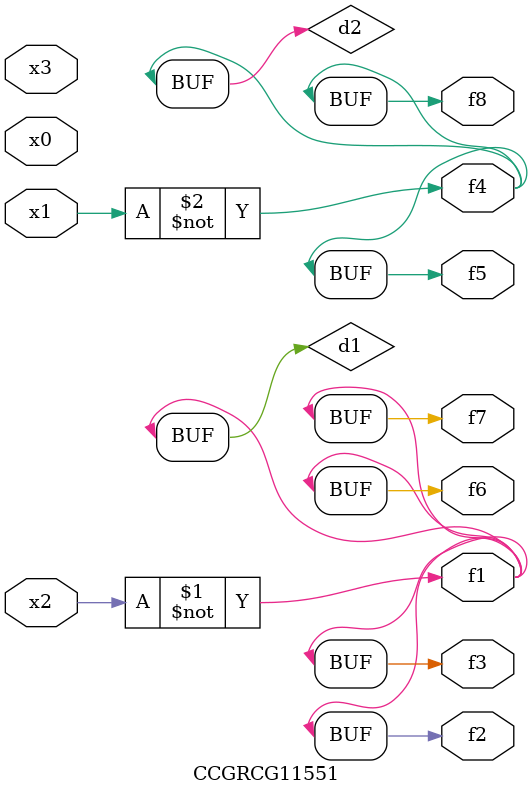
<source format=v>
module CCGRCG11551(
	input x0, x1, x2, x3,
	output f1, f2, f3, f4, f5, f6, f7, f8
);

	wire d1, d2;

	xnor (d1, x2);
	not (d2, x1);
	assign f1 = d1;
	assign f2 = d1;
	assign f3 = d1;
	assign f4 = d2;
	assign f5 = d2;
	assign f6 = d1;
	assign f7 = d1;
	assign f8 = d2;
endmodule

</source>
